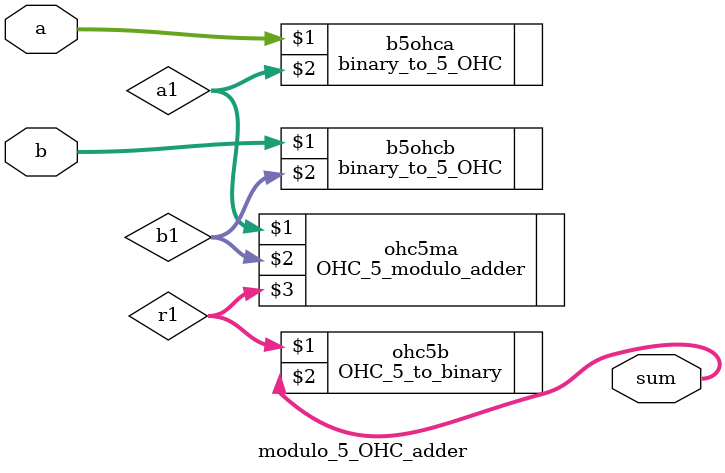
<source format=v>
`timescale 1ns / 1ps
module modulo_5_OHC_adder(a,b,sum);
    input [2:0]a,b;
    output [2:0]sum;
    wire [5:1]a1,b1,r1;
    binary_to_5_OHC b5ohca(a,a1);
    binary_to_5_OHC b5ohcb(b,b1);
    OHC_5_modulo_adder ohc5ma(a1,b1,r1);
    OHC_5_to_binary ohc5b(r1,sum);
endmodule

</source>
